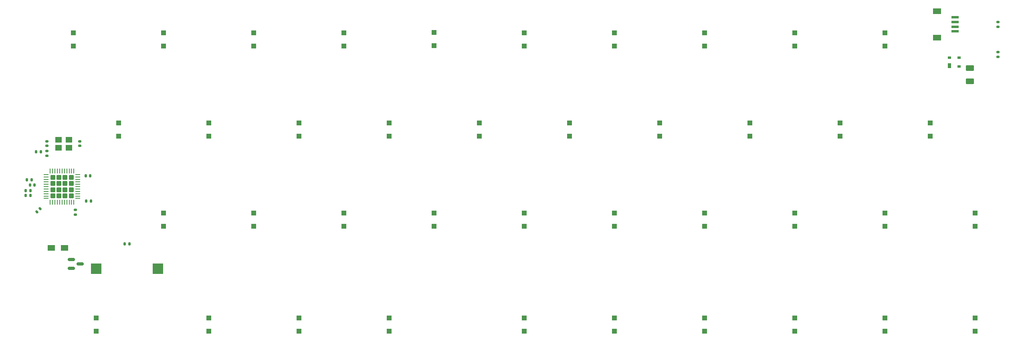
<source format=gbr>
%TF.GenerationSoftware,KiCad,Pcbnew,(7.0.0)*%
%TF.CreationDate,2023-05-29T16:40:41+02:00*%
%TF.ProjectId,Didaktik,44696461-6b74-4696-9b2e-6b696361645f,rev?*%
%TF.SameCoordinates,Original*%
%TF.FileFunction,Paste,Bot*%
%TF.FilePolarity,Positive*%
%FSLAX46Y46*%
G04 Gerber Fmt 4.6, Leading zero omitted, Abs format (unit mm)*
G04 Created by KiCad (PCBNEW (7.0.0)) date 2023-05-29 16:40:41*
%MOMM*%
%LPD*%
G01*
G04 APERTURE LIST*
G04 Aperture macros list*
%AMRoundRect*
0 Rectangle with rounded corners*
0 $1 Rounding radius*
0 $2 $3 $4 $5 $6 $7 $8 $9 X,Y pos of 4 corners*
0 Add a 4 corners polygon primitive as box body*
4,1,4,$2,$3,$4,$5,$6,$7,$8,$9,$2,$3,0*
0 Add four circle primitives for the rounded corners*
1,1,$1+$1,$2,$3*
1,1,$1+$1,$4,$5*
1,1,$1+$1,$6,$7*
1,1,$1+$1,$8,$9*
0 Add four rect primitives between the rounded corners*
20,1,$1+$1,$2,$3,$4,$5,0*
20,1,$1+$1,$4,$5,$6,$7,0*
20,1,$1+$1,$6,$7,$8,$9,0*
20,1,$1+$1,$8,$9,$2,$3,0*%
G04 Aperture macros list end*
%ADD10R,1.600000X1.200000*%
%ADD11R,1.100000X1.100000*%
%ADD12RoundRect,0.140000X0.170000X-0.140000X0.170000X0.140000X-0.170000X0.140000X-0.170000X-0.140000X0*%
%ADD13RoundRect,0.135000X-0.135000X-0.185000X0.135000X-0.185000X0.135000X0.185000X-0.135000X0.185000X0*%
%ADD14R,1.400000X1.200000*%
%ADD15RoundRect,0.250000X-0.275000X-0.275000X0.275000X-0.275000X0.275000X0.275000X-0.275000X0.275000X0*%
%ADD16RoundRect,0.062500X-0.475000X-0.062500X0.475000X-0.062500X0.475000X0.062500X-0.475000X0.062500X0*%
%ADD17RoundRect,0.062500X-0.062500X-0.475000X0.062500X-0.475000X0.062500X0.475000X-0.062500X0.475000X0*%
%ADD18RoundRect,0.150000X-0.587500X-0.150000X0.587500X-0.150000X0.587500X0.150000X-0.587500X0.150000X0*%
%ADD19RoundRect,0.250000X-0.625000X0.375000X-0.625000X-0.375000X0.625000X-0.375000X0.625000X0.375000X0*%
%ADD20RoundRect,0.135000X0.135000X0.185000X-0.135000X0.185000X-0.135000X-0.185000X0.135000X-0.185000X0*%
%ADD21R,1.800000X1.200000*%
%ADD22R,1.550000X0.600000*%
%ADD23RoundRect,0.140000X-0.170000X0.140000X-0.170000X-0.140000X0.170000X-0.140000X0.170000X0.140000X0*%
%ADD24R,2.300000X2.300000*%
%ADD25RoundRect,0.135000X0.185000X-0.135000X0.185000X0.135000X-0.185000X0.135000X-0.185000X-0.135000X0*%
%ADD26R,0.700000X1.000000*%
%ADD27R,0.700000X0.600000*%
%ADD28RoundRect,0.140000X-0.140000X-0.170000X0.140000X-0.170000X0.140000X0.170000X-0.140000X0.170000X0*%
%ADD29RoundRect,0.140000X0.140000X0.170000X-0.140000X0.170000X-0.140000X-0.170000X0.140000X-0.170000X0*%
%ADD30RoundRect,0.140000X-0.021213X0.219203X-0.219203X0.021213X0.021213X-0.219203X0.219203X-0.021213X0*%
G04 APERTURE END LIST*
D10*
%TO.C,R5*%
X39747999Y-85343999D03*
X42547999Y-85343999D03*
%TD*%
D11*
%TO.C,D29*%
X177799999Y-102999999D03*
X177799999Y-100199999D03*
%TD*%
%TO.C,D6*%
X73024999Y-61724999D03*
X73024999Y-58924999D03*
%TD*%
D12*
%TO.C,C1*%
X38798500Y-65885000D03*
X38798500Y-64925000D03*
%TD*%
D11*
%TO.C,D14*%
X111124999Y-61724999D03*
X111124999Y-58924999D03*
%TD*%
%TO.C,D40*%
X234949999Y-80774999D03*
X234949999Y-77974999D03*
%TD*%
%TO.C,D8*%
X73024999Y-102999999D03*
X73024999Y-100199999D03*
%TD*%
%TO.C,D3*%
X63499999Y-80774999D03*
X63499999Y-77974999D03*
%TD*%
%TO.C,D36*%
X215899999Y-80774999D03*
X215899999Y-77974999D03*
%TD*%
%TO.C,D32*%
X196849999Y-80774999D03*
X196849999Y-77974999D03*
%TD*%
D12*
%TO.C,C4*%
X38798500Y-63817250D03*
X38798500Y-62857250D03*
%TD*%
D11*
%TO.C,D1*%
X44449999Y-42674999D03*
X44449999Y-39874999D03*
%TD*%
D13*
%TO.C,R4*%
X47115000Y-75438000D03*
X48135000Y-75438000D03*
%TD*%
D14*
%TO.C,Y1*%
X43454499Y-64187249D03*
X41254499Y-64187249D03*
X41254499Y-62487249D03*
X43454499Y-62487249D03*
%TD*%
D11*
%TO.C,D15*%
X120649999Y-80774999D03*
X120649999Y-77974999D03*
%TD*%
D15*
%TO.C,U1*%
X40087000Y-70467750D03*
X40087000Y-71767750D03*
X40087000Y-73067750D03*
X40087000Y-74367750D03*
X41387000Y-70467750D03*
X41387000Y-71767750D03*
X41387000Y-73067750D03*
X41387000Y-74367750D03*
X42687000Y-70467750D03*
X42687000Y-71767750D03*
X42687000Y-73067750D03*
X42687000Y-74367750D03*
X43987000Y-70467750D03*
X43987000Y-71767750D03*
X43987000Y-73067750D03*
X43987000Y-74367750D03*
D16*
X38699500Y-74917750D03*
X38699500Y-74417750D03*
X38699500Y-73917750D03*
X38699500Y-73417750D03*
X38699500Y-72917750D03*
X38699500Y-72417750D03*
X38699500Y-71917750D03*
X38699500Y-71417750D03*
X38699500Y-70917750D03*
X38699500Y-70417750D03*
X38699500Y-69917750D03*
D17*
X39537000Y-69080250D03*
X40037000Y-69080250D03*
X40537000Y-69080250D03*
X41037000Y-69080250D03*
X41537000Y-69080250D03*
X42037000Y-69080250D03*
X42537000Y-69080250D03*
X43037000Y-69080250D03*
X43537000Y-69080250D03*
X44037000Y-69080250D03*
X44537000Y-69080250D03*
D16*
X45374500Y-69917750D03*
X45374500Y-70417750D03*
X45374500Y-70917750D03*
X45374500Y-71417750D03*
X45374500Y-71917750D03*
X45374500Y-72417750D03*
X45374500Y-72917750D03*
X45374500Y-73417750D03*
X45374500Y-73917750D03*
X45374500Y-74417750D03*
X45374500Y-74917750D03*
D17*
X44537000Y-75755250D03*
X44037000Y-75755250D03*
X43537000Y-75755250D03*
X43037000Y-75755250D03*
X42537000Y-75755250D03*
X42037000Y-75755250D03*
X41537000Y-75755250D03*
X41037000Y-75755250D03*
X40537000Y-75755250D03*
X40037000Y-75755250D03*
X39537000Y-75755250D03*
%TD*%
D18*
%TO.C,Q1*%
X44020500Y-89723000D03*
X44020500Y-87823000D03*
X45895500Y-88773000D03*
%TD*%
D11*
%TO.C,D34*%
X196849999Y-42674999D03*
X196849999Y-39874999D03*
%TD*%
%TO.C,D23*%
X158749999Y-80774999D03*
X158749999Y-77974999D03*
%TD*%
%TO.C,D21*%
X139699999Y-42674999D03*
X139699999Y-39874999D03*
%TD*%
%TO.C,D39*%
X225424999Y-61724999D03*
X225424999Y-58924999D03*
%TD*%
%TO.C,D30*%
X177799999Y-42674999D03*
X177799999Y-39874999D03*
%TD*%
%TO.C,D41*%
X234949999Y-102999999D03*
X234949999Y-100199999D03*
%TD*%
%TO.C,D20*%
X139699999Y-102999999D03*
X139699999Y-100199999D03*
%TD*%
%TO.C,D24*%
X158749999Y-102999999D03*
X158749999Y-100199999D03*
%TD*%
D19*
%TO.C,F1*%
X233807000Y-47368000D03*
X233807000Y-50168000D03*
%TD*%
D11*
%TO.C,D26*%
X158749999Y-42674999D03*
X158749999Y-39874999D03*
%TD*%
D20*
%TO.C,R6*%
X56263000Y-84505577D03*
X55243000Y-84505577D03*
%TD*%
D11*
%TO.C,D22*%
X149224999Y-61724999D03*
X149224999Y-58924999D03*
%TD*%
D21*
%TO.C,J1*%
X226849999Y-40899999D03*
X226849999Y-35299999D03*
D22*
X230724999Y-39599999D03*
X230724999Y-38599999D03*
X230724999Y-37599999D03*
X230724999Y-36599999D03*
%TD*%
D11*
%TO.C,D13*%
X101599999Y-42674999D03*
X101599999Y-39874999D03*
%TD*%
D23*
%TO.C,C3*%
X45783500Y-62857250D03*
X45783500Y-63817250D03*
%TD*%
D11*
%TO.C,D7*%
X82549999Y-80774999D03*
X82549999Y-77974999D03*
%TD*%
%TO.C,D4*%
X49212499Y-102999999D03*
X49212499Y-100199999D03*
%TD*%
D13*
%TO.C,R2*%
X34351500Y-73243250D03*
X35371500Y-73243250D03*
%TD*%
D11*
%TO.C,D38*%
X215899999Y-42674999D03*
X215899999Y-39874999D03*
%TD*%
D13*
%TO.C,R3*%
X36574000Y-65024000D03*
X37594000Y-65024000D03*
%TD*%
D11*
%TO.C,D31*%
X187324999Y-61724999D03*
X187324999Y-58924999D03*
%TD*%
%TO.C,D2*%
X53974999Y-61724999D03*
X53974999Y-58924999D03*
%TD*%
D24*
%TO.C,LS1*%
X62252999Y-89788999D03*
X49252999Y-89788999D03*
%TD*%
D11*
%TO.C,D9*%
X82549999Y-42674999D03*
X82549999Y-39874999D03*
%TD*%
%TO.C,D12*%
X92074999Y-102999999D03*
X92074999Y-100199999D03*
%TD*%
%TO.C,D35*%
X206374999Y-61724999D03*
X206374999Y-58924999D03*
%TD*%
D25*
%TO.C,R9*%
X239769074Y-38610000D03*
X239769074Y-37590000D03*
%TD*%
D11*
%TO.C,D33*%
X196849999Y-102999999D03*
X196849999Y-100199999D03*
%TD*%
%TO.C,D17*%
X120649999Y-42612499D03*
X120649999Y-39812499D03*
%TD*%
%TO.C,D27*%
X168274999Y-61724999D03*
X168274999Y-58924999D03*
%TD*%
D26*
%TO.C,D25*%
X229504999Y-46850999D03*
D27*
X229504999Y-45150999D03*
X231504999Y-45150999D03*
X231504999Y-47050999D03*
%TD*%
D11*
%TO.C,D16*%
X111124999Y-102999999D03*
X111124999Y-100199999D03*
%TD*%
%TO.C,D28*%
X177799999Y-80774999D03*
X177799999Y-77974999D03*
%TD*%
%TO.C,D18*%
X130174999Y-61724999D03*
X130174999Y-58924999D03*
%TD*%
D25*
%TO.C,R8*%
X239712500Y-44960000D03*
X239712500Y-43940000D03*
%TD*%
D11*
%TO.C,D5*%
X63499999Y-42674999D03*
X63499999Y-39874999D03*
%TD*%
%TO.C,D19*%
X139699999Y-80774999D03*
X139699999Y-77974999D03*
%TD*%
D28*
%TO.C,C5*%
X47018000Y-70104000D03*
X47978000Y-70104000D03*
%TD*%
D11*
%TO.C,D10*%
X92074999Y-61724999D03*
X92074999Y-58924999D03*
%TD*%
D13*
%TO.C,R1*%
X34351500Y-74259250D03*
X35371500Y-74259250D03*
%TD*%
D23*
%TO.C,C7*%
X44831000Y-77371000D03*
X44831000Y-78331000D03*
%TD*%
D29*
%TO.C,C6*%
X36230500Y-72100250D03*
X35270500Y-72100250D03*
%TD*%
D11*
%TO.C,D37*%
X215899999Y-102999999D03*
X215899999Y-100199999D03*
%TD*%
D30*
%TO.C,C2*%
X37359911Y-77094839D03*
X36681089Y-77773661D03*
%TD*%
D29*
%TO.C,C8*%
X35595500Y-70957250D03*
X34635500Y-70957250D03*
%TD*%
D11*
%TO.C,D11*%
X101599999Y-80774999D03*
X101599999Y-77974999D03*
%TD*%
M02*

</source>
